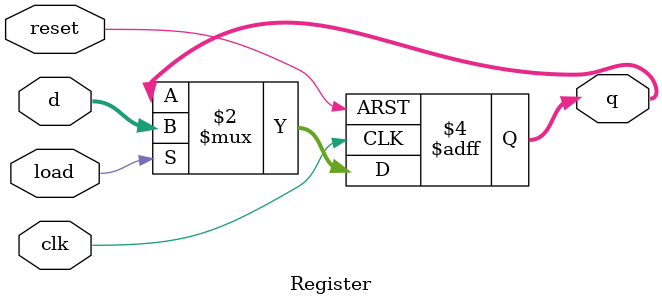
<source format=v>

`timescale 1 ns / 10 ps

module Register
    #( parameter WIDTH=16 )
    ( input wire clk,
      input wire load,
      input wire reset,
      input wire [WIDTH-1:0] d,
      output reg [WIDTH-1:0] q );

    always @(posedge clk, posedge reset )
    begin
        if( reset ) 
        begin
            q <= 0;
        end
        else if( load )
        begin
            q <= d;
        end
    end

endmodule



</source>
